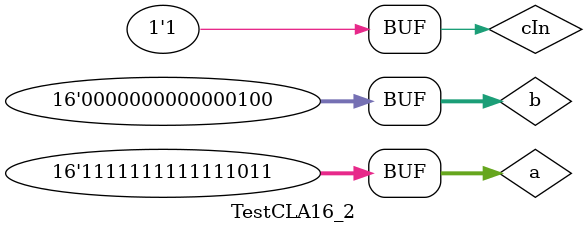
<source format=v>
`timescale 1ns / 1ps


////////////////////////////////////////////////////////////////////////////////

module TestCLA16_2;

	// Inputs
	reg cIn;
	reg [15:0] a;
	reg [15:0] b;

	// Outputs
	wire [15:0] s;
	wire cOut;
	wire [3:0] P;
	wire [3:0] G;

	// Instantiate the Unit Under Test (UUT)
	CLA16_2 uut (
		.s(s), 
		.cOut(cOut), 
		.P(P), 
		.G(G), 
		.cIn(cIn), 
		.a(a), 
		.b(b)
	);

	initial begin
		// Initialize Inputs
		cIn = 0;
		a = 0;
		b = 0;

		// Wait 100 ns for global reset to finish
		#100;
        
		// Add stimulus here
		$monitor($time,"\ta=%d,\tb=%d,\tcIn=%b,\ts=%d,\tcOut=%b",a,b,cIn,s,cOut);
		#1 a =    32; b = 64; cIn = 0;
		#1 a =    32; b = 64; cIn = 1;
		#1 a = 65531; b =  4; cIn = 0;
		#1 a = 65531; b =  4; cIn = 1;
	end
endmodule


</source>
